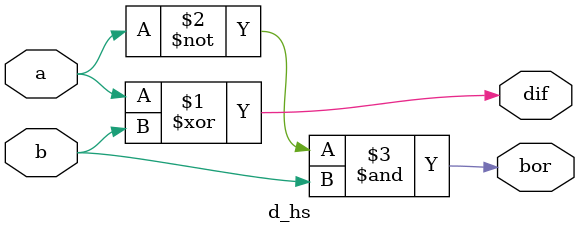
<source format=v>
module d_hs(dif,bor,a,b);
output dif,bor;
input a,b;


assign dif=a^b;
assign bor=(~a)&b;

endmodule


</source>
